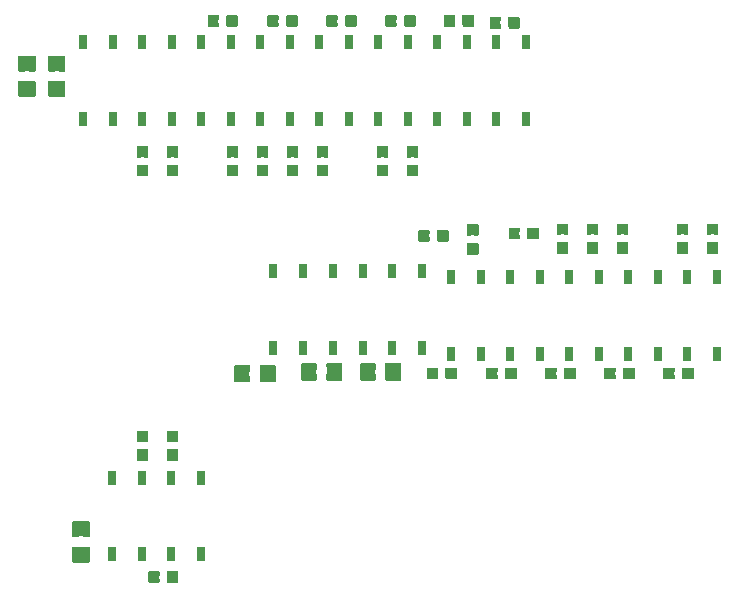
<source format=gbr>
%TF.GenerationSoftware,KiCad,Pcbnew,(5.1.9)-1*%
%TF.CreationDate,2022-05-02T16:44:27-06:00*%
%TF.ProjectId,Resistor_Cali,52657369-7374-46f7-925f-43616c692e6b,rev?*%
%TF.SameCoordinates,Original*%
%TF.FileFunction,Paste,Top*%
%TF.FilePolarity,Positive*%
%FSLAX46Y46*%
G04 Gerber Fmt 4.6, Leading zero omitted, Abs format (unit mm)*
G04 Created by KiCad (PCBNEW (5.1.9)-1) date 2022-05-02 16:44:27*
%MOMM*%
%LPD*%
G01*
G04 APERTURE LIST*
%ADD10C,0.120000*%
%ADD11R,0.800000X1.300000*%
%ADD12R,0.864000X0.806000*%
%ADD13R,1.377000X1.133000*%
%ADD14R,1.133000X1.377000*%
%ADD15R,0.806000X0.864000*%
G04 APERTURE END LIST*
D10*
%TO.C,R25*%
G36*
X-48735000Y2970000D02*
G01*
X-48735000Y2170000D01*
X-48685000Y2120000D01*
X-48457000Y2120000D01*
X-48457000Y2490000D01*
X-48127000Y2490000D01*
X-48127000Y2120000D01*
X-47885000Y2120000D01*
X-47835000Y2170000D01*
X-47835000Y2970000D01*
X-47885000Y3020000D01*
X-48685000Y3020000D01*
X-48735000Y2970000D01*
G37*
X-48735000Y2970000D02*
X-48735000Y2170000D01*
X-48685000Y2120000D01*
X-48457000Y2120000D01*
X-48457000Y2490000D01*
X-48127000Y2490000D01*
X-48127000Y2120000D01*
X-47885000Y2120000D01*
X-47835000Y2170000D01*
X-47835000Y2970000D01*
X-47885000Y3020000D01*
X-48685000Y3020000D01*
X-48735000Y2970000D01*
G36*
X-48685000Y1420000D02*
G01*
X-48457000Y1420000D01*
X-48457000Y1040000D01*
X-48127000Y1040000D01*
X-48127000Y1420000D01*
X-47885000Y1420000D01*
X-47835000Y1370000D01*
X-47835000Y580000D01*
X-47885000Y530000D01*
X-48685000Y530000D01*
X-48735000Y580000D01*
X-48735000Y1370000D01*
X-48685000Y1420000D01*
G37*
X-48685000Y1420000D02*
X-48457000Y1420000D01*
X-48457000Y1040000D01*
X-48127000Y1040000D01*
X-48127000Y1420000D01*
X-47885000Y1420000D01*
X-47835000Y1370000D01*
X-47835000Y580000D01*
X-47885000Y530000D01*
X-48685000Y530000D01*
X-48735000Y580000D01*
X-48735000Y1370000D01*
X-48685000Y1420000D01*
%TO.C,R32*%
G36*
X-56190000Y10650000D02*
G01*
X-54910000Y10650000D01*
X-54860000Y10600000D01*
X-54860000Y9450000D01*
X-54910000Y9400000D01*
X-55320000Y9395000D01*
X-55320000Y9845000D01*
X-55770000Y9845000D01*
X-55770000Y9405000D01*
X-56190000Y9400000D01*
X-56240000Y9450000D01*
X-56240000Y10600000D01*
X-56190000Y10650000D01*
G37*
X-56190000Y10650000D02*
X-54910000Y10650000D01*
X-54860000Y10600000D01*
X-54860000Y9450000D01*
X-54910000Y9400000D01*
X-55320000Y9395000D01*
X-55320000Y9845000D01*
X-55770000Y9845000D01*
X-55770000Y9405000D01*
X-56190000Y9400000D01*
X-56240000Y9450000D01*
X-56240000Y10600000D01*
X-56190000Y10650000D01*
G36*
X-56190000Y8500000D02*
G01*
X-55770000Y8500000D01*
X-55770000Y8055000D01*
X-55320000Y8055000D01*
X-55320000Y8495000D01*
X-54910000Y8500000D01*
X-54860000Y8450000D01*
X-54860000Y7300000D01*
X-54910000Y7250000D01*
X-56190000Y7250000D01*
X-56240000Y7300000D01*
X-56240000Y8450000D01*
X-56190000Y8500000D01*
G37*
X-56190000Y8500000D02*
X-55770000Y8500000D01*
X-55770000Y8055000D01*
X-55320000Y8055000D01*
X-55320000Y8495000D01*
X-54910000Y8500000D01*
X-54860000Y8450000D01*
X-54860000Y7300000D01*
X-54910000Y7250000D01*
X-56190000Y7250000D01*
X-56240000Y7300000D01*
X-56240000Y8450000D01*
X-56190000Y8500000D01*
%TO.C,R24*%
G36*
X-46195000Y2970000D02*
G01*
X-46195000Y2170000D01*
X-46145000Y2120000D01*
X-45917000Y2120000D01*
X-45917000Y2490000D01*
X-45587000Y2490000D01*
X-45587000Y2120000D01*
X-45345000Y2120000D01*
X-45295000Y2170000D01*
X-45295000Y2970000D01*
X-45345000Y3020000D01*
X-46145000Y3020000D01*
X-46195000Y2970000D01*
G37*
X-46195000Y2970000D02*
X-46195000Y2170000D01*
X-46145000Y2120000D01*
X-45917000Y2120000D01*
X-45917000Y2490000D01*
X-45587000Y2490000D01*
X-45587000Y2120000D01*
X-45345000Y2120000D01*
X-45295000Y2170000D01*
X-45295000Y2970000D01*
X-45345000Y3020000D01*
X-46145000Y3020000D01*
X-46195000Y2970000D01*
G36*
X-46145000Y1420000D02*
G01*
X-45917000Y1420000D01*
X-45917000Y1040000D01*
X-45587000Y1040000D01*
X-45587000Y1420000D01*
X-45345000Y1420000D01*
X-45295000Y1370000D01*
X-45295000Y580000D01*
X-45345000Y530000D01*
X-46145000Y530000D01*
X-46195000Y580000D01*
X-46195000Y1370000D01*
X-46145000Y1420000D01*
G37*
X-46145000Y1420000D02*
X-45917000Y1420000D01*
X-45917000Y1040000D01*
X-45587000Y1040000D01*
X-45587000Y1420000D01*
X-45345000Y1420000D01*
X-45295000Y1370000D01*
X-45295000Y580000D01*
X-45345000Y530000D01*
X-46145000Y530000D01*
X-46195000Y580000D01*
X-46195000Y1370000D01*
X-46145000Y1420000D01*
%TO.C,R7*%
G36*
X-19870000Y-6065000D02*
G01*
X-19870000Y-5265000D01*
X-19920000Y-5215000D01*
X-20148000Y-5215000D01*
X-20148000Y-5585000D01*
X-20478000Y-5585000D01*
X-20478000Y-5215000D01*
X-20720000Y-5215000D01*
X-20770000Y-5265000D01*
X-20770000Y-6065000D01*
X-20720000Y-6115000D01*
X-19920000Y-6115000D01*
X-19870000Y-6065000D01*
G37*
X-19870000Y-6065000D02*
X-19870000Y-5265000D01*
X-19920000Y-5215000D01*
X-20148000Y-5215000D01*
X-20148000Y-5585000D01*
X-20478000Y-5585000D01*
X-20478000Y-5215000D01*
X-20720000Y-5215000D01*
X-20770000Y-5265000D01*
X-20770000Y-6065000D01*
X-20720000Y-6115000D01*
X-19920000Y-6115000D01*
X-19870000Y-6065000D01*
G36*
X-19920000Y-4515000D02*
G01*
X-20148000Y-4515000D01*
X-20148000Y-4135000D01*
X-20478000Y-4135000D01*
X-20478000Y-4515000D01*
X-20720000Y-4515000D01*
X-20770000Y-4465000D01*
X-20770000Y-3675000D01*
X-20720000Y-3625000D01*
X-19920000Y-3625000D01*
X-19870000Y-3675000D01*
X-19870000Y-4465000D01*
X-19920000Y-4515000D01*
G37*
X-19920000Y-4515000D02*
X-20148000Y-4515000D01*
X-20148000Y-4135000D01*
X-20478000Y-4135000D01*
X-20478000Y-4515000D01*
X-20720000Y-4515000D01*
X-20770000Y-4465000D01*
X-20770000Y-3675000D01*
X-20720000Y-3625000D01*
X-19920000Y-3625000D01*
X-19870000Y-3675000D01*
X-19870000Y-4465000D01*
X-19920000Y-4515000D01*
%TO.C,R31*%
G36*
X-58700000Y10650000D02*
G01*
X-57420000Y10650000D01*
X-57370000Y10600000D01*
X-57370000Y9450000D01*
X-57420000Y9400000D01*
X-57830000Y9395000D01*
X-57830000Y9845000D01*
X-58280000Y9845000D01*
X-58280000Y9405000D01*
X-58700000Y9400000D01*
X-58750000Y9450000D01*
X-58750000Y10600000D01*
X-58700000Y10650000D01*
G37*
X-58700000Y10650000D02*
X-57420000Y10650000D01*
X-57370000Y10600000D01*
X-57370000Y9450000D01*
X-57420000Y9400000D01*
X-57830000Y9395000D01*
X-57830000Y9845000D01*
X-58280000Y9845000D01*
X-58280000Y9405000D01*
X-58700000Y9400000D01*
X-58750000Y9450000D01*
X-58750000Y10600000D01*
X-58700000Y10650000D01*
G36*
X-58700000Y8500000D02*
G01*
X-58280000Y8500000D01*
X-58280000Y8055000D01*
X-57830000Y8055000D01*
X-57830000Y8495000D01*
X-57420000Y8500000D01*
X-57370000Y8450000D01*
X-57370000Y7300000D01*
X-57420000Y7250000D01*
X-58700000Y7250000D01*
X-58750000Y7300000D01*
X-58750000Y8450000D01*
X-58700000Y8500000D01*
G37*
X-58700000Y8500000D02*
X-58280000Y8500000D01*
X-58280000Y8055000D01*
X-57830000Y8055000D01*
X-57830000Y8495000D01*
X-57420000Y8500000D01*
X-57370000Y8450000D01*
X-57370000Y7300000D01*
X-57420000Y7250000D01*
X-58700000Y7250000D01*
X-58750000Y7300000D01*
X-58750000Y8450000D01*
X-58700000Y8500000D01*
%TO.C,R14*%
G36*
X-31410000Y-15440000D02*
G01*
X-31410000Y-16720000D01*
X-31460000Y-16770000D01*
X-32610000Y-16770000D01*
X-32660000Y-16720000D01*
X-32665000Y-16310000D01*
X-32215000Y-16310000D01*
X-32215000Y-15860000D01*
X-32655000Y-15860000D01*
X-32660000Y-15440000D01*
X-32610000Y-15390000D01*
X-31460000Y-15390000D01*
X-31410000Y-15440000D01*
G37*
X-31410000Y-15440000D02*
X-31410000Y-16720000D01*
X-31460000Y-16770000D01*
X-32610000Y-16770000D01*
X-32660000Y-16720000D01*
X-32665000Y-16310000D01*
X-32215000Y-16310000D01*
X-32215000Y-15860000D01*
X-32655000Y-15860000D01*
X-32660000Y-15440000D01*
X-32610000Y-15390000D01*
X-31460000Y-15390000D01*
X-31410000Y-15440000D01*
G36*
X-33560000Y-15440000D02*
G01*
X-33560000Y-15860000D01*
X-34005000Y-15860000D01*
X-34005000Y-16310000D01*
X-33565000Y-16310000D01*
X-33560000Y-16720000D01*
X-33610000Y-16770000D01*
X-34760000Y-16770000D01*
X-34810000Y-16720000D01*
X-34810000Y-15440000D01*
X-34760000Y-15390000D01*
X-33610000Y-15390000D01*
X-33560000Y-15440000D01*
G37*
X-33560000Y-15440000D02*
X-33560000Y-15860000D01*
X-34005000Y-15860000D01*
X-34005000Y-16310000D01*
X-33565000Y-16310000D01*
X-33560000Y-16720000D01*
X-33610000Y-16770000D01*
X-34760000Y-16770000D01*
X-34810000Y-16720000D01*
X-34810000Y-15440000D01*
X-34760000Y-15390000D01*
X-33610000Y-15390000D01*
X-33560000Y-15440000D01*
%TO.C,R23*%
G36*
X-41115000Y2970000D02*
G01*
X-41115000Y2170000D01*
X-41065000Y2120000D01*
X-40837000Y2120000D01*
X-40837000Y2490000D01*
X-40507000Y2490000D01*
X-40507000Y2120000D01*
X-40265000Y2120000D01*
X-40215000Y2170000D01*
X-40215000Y2970000D01*
X-40265000Y3020000D01*
X-41065000Y3020000D01*
X-41115000Y2970000D01*
G37*
X-41115000Y2970000D02*
X-41115000Y2170000D01*
X-41065000Y2120000D01*
X-40837000Y2120000D01*
X-40837000Y2490000D01*
X-40507000Y2490000D01*
X-40507000Y2120000D01*
X-40265000Y2120000D01*
X-40215000Y2170000D01*
X-40215000Y2970000D01*
X-40265000Y3020000D01*
X-41065000Y3020000D01*
X-41115000Y2970000D01*
G36*
X-41065000Y1420000D02*
G01*
X-40837000Y1420000D01*
X-40837000Y1040000D01*
X-40507000Y1040000D01*
X-40507000Y1420000D01*
X-40265000Y1420000D01*
X-40215000Y1370000D01*
X-40215000Y580000D01*
X-40265000Y530000D01*
X-41065000Y530000D01*
X-41115000Y580000D01*
X-41115000Y1370000D01*
X-41065000Y1420000D01*
G37*
X-41065000Y1420000D02*
X-40837000Y1420000D01*
X-40837000Y1040000D01*
X-40507000Y1040000D01*
X-40507000Y1420000D01*
X-40265000Y1420000D01*
X-40215000Y1370000D01*
X-40215000Y580000D01*
X-40265000Y530000D01*
X-41065000Y530000D01*
X-41115000Y580000D01*
X-41115000Y1370000D01*
X-41065000Y1420000D01*
%TO.C,R6*%
G36*
X-17195000Y-4800000D02*
G01*
X-16395000Y-4800000D01*
X-16345000Y-4750000D01*
X-16345000Y-4522000D01*
X-16715000Y-4522000D01*
X-16715000Y-4192000D01*
X-16345000Y-4192000D01*
X-16345000Y-3950000D01*
X-16395000Y-3900000D01*
X-17195000Y-3900000D01*
X-17245000Y-3950000D01*
X-17245000Y-4750000D01*
X-17195000Y-4800000D01*
G37*
X-17195000Y-4800000D02*
X-16395000Y-4800000D01*
X-16345000Y-4750000D01*
X-16345000Y-4522000D01*
X-16715000Y-4522000D01*
X-16715000Y-4192000D01*
X-16345000Y-4192000D01*
X-16345000Y-3950000D01*
X-16395000Y-3900000D01*
X-17195000Y-3900000D01*
X-17245000Y-3950000D01*
X-17245000Y-4750000D01*
X-17195000Y-4800000D01*
G36*
X-15645000Y-4750000D02*
G01*
X-15645000Y-4522000D01*
X-15265000Y-4522000D01*
X-15265000Y-4192000D01*
X-15645000Y-4192000D01*
X-15645000Y-3950000D01*
X-15595000Y-3900000D01*
X-14805000Y-3900000D01*
X-14755000Y-3950000D01*
X-14755000Y-4750000D01*
X-14805000Y-4800000D01*
X-15595000Y-4800000D01*
X-15645000Y-4750000D01*
G37*
X-15645000Y-4750000D02*
X-15645000Y-4522000D01*
X-15265000Y-4522000D01*
X-15265000Y-4192000D01*
X-15645000Y-4192000D01*
X-15645000Y-3950000D01*
X-15595000Y-3900000D01*
X-14805000Y-3900000D01*
X-14755000Y-3950000D01*
X-14755000Y-4750000D01*
X-14805000Y-4800000D01*
X-15595000Y-4800000D01*
X-15645000Y-4750000D01*
%TO.C,R30*%
G36*
X-42674400Y13175000D02*
G01*
X-41874400Y13175000D01*
X-41824400Y13225000D01*
X-41824400Y13453000D01*
X-42194400Y13453000D01*
X-42194400Y13783000D01*
X-41824400Y13783000D01*
X-41824400Y14025000D01*
X-41874400Y14075000D01*
X-42674400Y14075000D01*
X-42724400Y14025000D01*
X-42724400Y13225000D01*
X-42674400Y13175000D01*
G37*
X-42674400Y13175000D02*
X-41874400Y13175000D01*
X-41824400Y13225000D01*
X-41824400Y13453000D01*
X-42194400Y13453000D01*
X-42194400Y13783000D01*
X-41824400Y13783000D01*
X-41824400Y14025000D01*
X-41874400Y14075000D01*
X-42674400Y14075000D01*
X-42724400Y14025000D01*
X-42724400Y13225000D01*
X-42674400Y13175000D01*
G36*
X-41124400Y13225000D02*
G01*
X-41124400Y13453000D01*
X-40744400Y13453000D01*
X-40744400Y13783000D01*
X-41124400Y13783000D01*
X-41124400Y14025000D01*
X-41074400Y14075000D01*
X-40284400Y14075000D01*
X-40234400Y14025000D01*
X-40234400Y13225000D01*
X-40284400Y13175000D01*
X-41074400Y13175000D01*
X-41124400Y13225000D01*
G37*
X-41124400Y13225000D02*
X-41124400Y13453000D01*
X-40744400Y13453000D01*
X-40744400Y13783000D01*
X-41124400Y13783000D01*
X-41124400Y14025000D01*
X-41074400Y14075000D01*
X-40284400Y14075000D01*
X-40234400Y14025000D01*
X-40234400Y13225000D01*
X-40284400Y13175000D01*
X-41074400Y13175000D01*
X-41124400Y13225000D01*
%TO.C,R13*%
G36*
X-26420000Y-15420000D02*
G01*
X-26420000Y-16700000D01*
X-26470000Y-16750000D01*
X-27620000Y-16750000D01*
X-27670000Y-16700000D01*
X-27675000Y-16290000D01*
X-27225000Y-16290000D01*
X-27225000Y-15840000D01*
X-27665000Y-15840000D01*
X-27670000Y-15420000D01*
X-27620000Y-15370000D01*
X-26470000Y-15370000D01*
X-26420000Y-15420000D01*
G37*
X-26420000Y-15420000D02*
X-26420000Y-16700000D01*
X-26470000Y-16750000D01*
X-27620000Y-16750000D01*
X-27670000Y-16700000D01*
X-27675000Y-16290000D01*
X-27225000Y-16290000D01*
X-27225000Y-15840000D01*
X-27665000Y-15840000D01*
X-27670000Y-15420000D01*
X-27620000Y-15370000D01*
X-26470000Y-15370000D01*
X-26420000Y-15420000D01*
G36*
X-28570000Y-15420000D02*
G01*
X-28570000Y-15840000D01*
X-29015000Y-15840000D01*
X-29015000Y-16290000D01*
X-28575000Y-16290000D01*
X-28570000Y-16700000D01*
X-28620000Y-16750000D01*
X-29770000Y-16750000D01*
X-29820000Y-16700000D01*
X-29820000Y-15420000D01*
X-29770000Y-15370000D01*
X-28620000Y-15370000D01*
X-28570000Y-15420000D01*
G37*
X-28570000Y-15420000D02*
X-28570000Y-15840000D01*
X-29015000Y-15840000D01*
X-29015000Y-16290000D01*
X-28575000Y-16290000D01*
X-28570000Y-16700000D01*
X-28620000Y-16750000D01*
X-29770000Y-16750000D01*
X-29820000Y-16700000D01*
X-29820000Y-15420000D01*
X-29770000Y-15370000D01*
X-28620000Y-15370000D01*
X-28570000Y-15420000D01*
%TO.C,R22*%
G36*
X-38575000Y2970000D02*
G01*
X-38575000Y2170000D01*
X-38525000Y2120000D01*
X-38297000Y2120000D01*
X-38297000Y2490000D01*
X-37967000Y2490000D01*
X-37967000Y2120000D01*
X-37725000Y2120000D01*
X-37675000Y2170000D01*
X-37675000Y2970000D01*
X-37725000Y3020000D01*
X-38525000Y3020000D01*
X-38575000Y2970000D01*
G37*
X-38575000Y2970000D02*
X-38575000Y2170000D01*
X-38525000Y2120000D01*
X-38297000Y2120000D01*
X-38297000Y2490000D01*
X-37967000Y2490000D01*
X-37967000Y2120000D01*
X-37725000Y2120000D01*
X-37675000Y2170000D01*
X-37675000Y2970000D01*
X-37725000Y3020000D01*
X-38525000Y3020000D01*
X-38575000Y2970000D01*
G36*
X-38525000Y1420000D02*
G01*
X-38297000Y1420000D01*
X-38297000Y1040000D01*
X-37967000Y1040000D01*
X-37967000Y1420000D01*
X-37725000Y1420000D01*
X-37675000Y1370000D01*
X-37675000Y580000D01*
X-37725000Y530000D01*
X-38525000Y530000D01*
X-38575000Y580000D01*
X-38575000Y1370000D01*
X-38525000Y1420000D01*
G37*
X-38525000Y1420000D02*
X-38297000Y1420000D01*
X-38297000Y1040000D01*
X-37967000Y1040000D01*
X-37967000Y1420000D01*
X-37725000Y1420000D01*
X-37675000Y1370000D01*
X-37675000Y580000D01*
X-37725000Y530000D01*
X-38525000Y530000D01*
X-38575000Y580000D01*
X-38575000Y1370000D01*
X-38525000Y1420000D01*
%TO.C,R34*%
G36*
X-45295000Y-23525000D02*
G01*
X-45295000Y-22725000D01*
X-45345000Y-22675000D01*
X-45573000Y-22675000D01*
X-45573000Y-23045000D01*
X-45903000Y-23045000D01*
X-45903000Y-22675000D01*
X-46145000Y-22675000D01*
X-46195000Y-22725000D01*
X-46195000Y-23525000D01*
X-46145000Y-23575000D01*
X-45345000Y-23575000D01*
X-45295000Y-23525000D01*
G37*
X-45295000Y-23525000D02*
X-45295000Y-22725000D01*
X-45345000Y-22675000D01*
X-45573000Y-22675000D01*
X-45573000Y-23045000D01*
X-45903000Y-23045000D01*
X-45903000Y-22675000D01*
X-46145000Y-22675000D01*
X-46195000Y-22725000D01*
X-46195000Y-23525000D01*
X-46145000Y-23575000D01*
X-45345000Y-23575000D01*
X-45295000Y-23525000D01*
G36*
X-45345000Y-21975000D02*
G01*
X-45573000Y-21975000D01*
X-45573000Y-21595000D01*
X-45903000Y-21595000D01*
X-45903000Y-21975000D01*
X-46145000Y-21975000D01*
X-46195000Y-21925000D01*
X-46195000Y-21135000D01*
X-46145000Y-21085000D01*
X-45345000Y-21085000D01*
X-45295000Y-21135000D01*
X-45295000Y-21925000D01*
X-45345000Y-21975000D01*
G37*
X-45345000Y-21975000D02*
X-45573000Y-21975000D01*
X-45573000Y-21595000D01*
X-45903000Y-21595000D01*
X-45903000Y-21975000D01*
X-46145000Y-21975000D01*
X-46195000Y-21925000D01*
X-46195000Y-21135000D01*
X-46145000Y-21085000D01*
X-45345000Y-21085000D01*
X-45295000Y-21135000D01*
X-45295000Y-21925000D01*
X-45345000Y-21975000D01*
%TO.C,R29*%
G36*
X-37619800Y13179000D02*
G01*
X-36819800Y13179000D01*
X-36769800Y13229000D01*
X-36769800Y13457000D01*
X-37139800Y13457000D01*
X-37139800Y13787000D01*
X-36769800Y13787000D01*
X-36769800Y14029000D01*
X-36819800Y14079000D01*
X-37619800Y14079000D01*
X-37669800Y14029000D01*
X-37669800Y13229000D01*
X-37619800Y13179000D01*
G37*
X-37619800Y13179000D02*
X-36819800Y13179000D01*
X-36769800Y13229000D01*
X-36769800Y13457000D01*
X-37139800Y13457000D01*
X-37139800Y13787000D01*
X-36769800Y13787000D01*
X-36769800Y14029000D01*
X-36819800Y14079000D01*
X-37619800Y14079000D01*
X-37669800Y14029000D01*
X-37669800Y13229000D01*
X-37619800Y13179000D01*
G36*
X-36069800Y13229000D02*
G01*
X-36069800Y13457000D01*
X-35689800Y13457000D01*
X-35689800Y13787000D01*
X-36069800Y13787000D01*
X-36069800Y14029000D01*
X-36019800Y14079000D01*
X-35229800Y14079000D01*
X-35179800Y14029000D01*
X-35179800Y13229000D01*
X-35229800Y13179000D01*
X-36019800Y13179000D01*
X-36069800Y13229000D01*
G37*
X-36069800Y13229000D02*
X-36069800Y13457000D01*
X-35689800Y13457000D01*
X-35689800Y13787000D01*
X-36069800Y13787000D01*
X-36069800Y14029000D01*
X-36019800Y14079000D01*
X-35229800Y14079000D01*
X-35179800Y14029000D01*
X-35179800Y13229000D01*
X-35229800Y13179000D01*
X-36019800Y13179000D01*
X-36069800Y13229000D01*
%TO.C,R5*%
G36*
X-12275000Y-5995000D02*
G01*
X-12275000Y-5195000D01*
X-12325000Y-5145000D01*
X-12553000Y-5145000D01*
X-12553000Y-5515000D01*
X-12883000Y-5515000D01*
X-12883000Y-5145000D01*
X-13125000Y-5145000D01*
X-13175000Y-5195000D01*
X-13175000Y-5995000D01*
X-13125000Y-6045000D01*
X-12325000Y-6045000D01*
X-12275000Y-5995000D01*
G37*
X-12275000Y-5995000D02*
X-12275000Y-5195000D01*
X-12325000Y-5145000D01*
X-12553000Y-5145000D01*
X-12553000Y-5515000D01*
X-12883000Y-5515000D01*
X-12883000Y-5145000D01*
X-13125000Y-5145000D01*
X-13175000Y-5195000D01*
X-13175000Y-5995000D01*
X-13125000Y-6045000D01*
X-12325000Y-6045000D01*
X-12275000Y-5995000D01*
G36*
X-12325000Y-4445000D02*
G01*
X-12553000Y-4445000D01*
X-12553000Y-4065000D01*
X-12883000Y-4065000D01*
X-12883000Y-4445000D01*
X-13125000Y-4445000D01*
X-13175000Y-4395000D01*
X-13175000Y-3605000D01*
X-13125000Y-3555000D01*
X-12325000Y-3555000D01*
X-12275000Y-3605000D01*
X-12275000Y-4395000D01*
X-12325000Y-4445000D01*
G37*
X-12325000Y-4445000D02*
X-12553000Y-4445000D01*
X-12553000Y-4065000D01*
X-12883000Y-4065000D01*
X-12883000Y-4445000D01*
X-13125000Y-4445000D01*
X-13175000Y-4395000D01*
X-13175000Y-3605000D01*
X-13125000Y-3555000D01*
X-12325000Y-3555000D01*
X-12275000Y-3605000D01*
X-12275000Y-4395000D01*
X-12325000Y-4445000D01*
%TO.C,R36*%
G36*
X-47720000Y-33900000D02*
G01*
X-46920000Y-33900000D01*
X-46870000Y-33850000D01*
X-46870000Y-33622000D01*
X-47240000Y-33622000D01*
X-47240000Y-33292000D01*
X-46870000Y-33292000D01*
X-46870000Y-33050000D01*
X-46920000Y-33000000D01*
X-47720000Y-33000000D01*
X-47770000Y-33050000D01*
X-47770000Y-33850000D01*
X-47720000Y-33900000D01*
G37*
X-47720000Y-33900000D02*
X-46920000Y-33900000D01*
X-46870000Y-33850000D01*
X-46870000Y-33622000D01*
X-47240000Y-33622000D01*
X-47240000Y-33292000D01*
X-46870000Y-33292000D01*
X-46870000Y-33050000D01*
X-46920000Y-33000000D01*
X-47720000Y-33000000D01*
X-47770000Y-33050000D01*
X-47770000Y-33850000D01*
X-47720000Y-33900000D01*
G36*
X-46170000Y-33850000D02*
G01*
X-46170000Y-33622000D01*
X-45790000Y-33622000D01*
X-45790000Y-33292000D01*
X-46170000Y-33292000D01*
X-46170000Y-33050000D01*
X-46120000Y-33000000D01*
X-45330000Y-33000000D01*
X-45280000Y-33050000D01*
X-45280000Y-33850000D01*
X-45330000Y-33900000D01*
X-46120000Y-33900000D01*
X-46170000Y-33850000D01*
G37*
X-46170000Y-33850000D02*
X-46170000Y-33622000D01*
X-45790000Y-33622000D01*
X-45790000Y-33292000D01*
X-46170000Y-33292000D01*
X-46170000Y-33050000D01*
X-46120000Y-33000000D01*
X-45330000Y-33000000D01*
X-45280000Y-33050000D01*
X-45280000Y-33850000D01*
X-45330000Y-33900000D01*
X-46120000Y-33900000D01*
X-46170000Y-33850000D01*
%TO.C,R12*%
G36*
X-24120000Y-16650000D02*
G01*
X-23320000Y-16650000D01*
X-23270000Y-16600000D01*
X-23270000Y-16372000D01*
X-23640000Y-16372000D01*
X-23640000Y-16042000D01*
X-23270000Y-16042000D01*
X-23270000Y-15800000D01*
X-23320000Y-15750000D01*
X-24120000Y-15750000D01*
X-24170000Y-15800000D01*
X-24170000Y-16600000D01*
X-24120000Y-16650000D01*
G37*
X-24120000Y-16650000D02*
X-23320000Y-16650000D01*
X-23270000Y-16600000D01*
X-23270000Y-16372000D01*
X-23640000Y-16372000D01*
X-23640000Y-16042000D01*
X-23270000Y-16042000D01*
X-23270000Y-15800000D01*
X-23320000Y-15750000D01*
X-24120000Y-15750000D01*
X-24170000Y-15800000D01*
X-24170000Y-16600000D01*
X-24120000Y-16650000D01*
G36*
X-22570000Y-16600000D02*
G01*
X-22570000Y-16372000D01*
X-22190000Y-16372000D01*
X-22190000Y-16042000D01*
X-22570000Y-16042000D01*
X-22570000Y-15800000D01*
X-22520000Y-15750000D01*
X-21730000Y-15750000D01*
X-21680000Y-15800000D01*
X-21680000Y-16600000D01*
X-21730000Y-16650000D01*
X-22520000Y-16650000D01*
X-22570000Y-16600000D01*
G37*
X-22570000Y-16600000D02*
X-22570000Y-16372000D01*
X-22190000Y-16372000D01*
X-22190000Y-16042000D01*
X-22570000Y-16042000D01*
X-22570000Y-15800000D01*
X-22520000Y-15750000D01*
X-21730000Y-15750000D01*
X-21680000Y-15800000D01*
X-21680000Y-16600000D01*
X-21730000Y-16650000D01*
X-22520000Y-16650000D01*
X-22570000Y-16600000D01*
%TO.C,R21*%
G36*
X-36035000Y2970000D02*
G01*
X-36035000Y2170000D01*
X-35985000Y2120000D01*
X-35757000Y2120000D01*
X-35757000Y2490000D01*
X-35427000Y2490000D01*
X-35427000Y2120000D01*
X-35185000Y2120000D01*
X-35135000Y2170000D01*
X-35135000Y2970000D01*
X-35185000Y3020000D01*
X-35985000Y3020000D01*
X-36035000Y2970000D01*
G37*
X-36035000Y2970000D02*
X-36035000Y2170000D01*
X-35985000Y2120000D01*
X-35757000Y2120000D01*
X-35757000Y2490000D01*
X-35427000Y2490000D01*
X-35427000Y2120000D01*
X-35185000Y2120000D01*
X-35135000Y2170000D01*
X-35135000Y2970000D01*
X-35185000Y3020000D01*
X-35985000Y3020000D01*
X-36035000Y2970000D01*
G36*
X-35985000Y1420000D02*
G01*
X-35757000Y1420000D01*
X-35757000Y1040000D01*
X-35427000Y1040000D01*
X-35427000Y1420000D01*
X-35185000Y1420000D01*
X-35135000Y1370000D01*
X-35135000Y580000D01*
X-35185000Y530000D01*
X-35985000Y530000D01*
X-36035000Y580000D01*
X-36035000Y1370000D01*
X-35985000Y1420000D01*
G37*
X-35985000Y1420000D02*
X-35757000Y1420000D01*
X-35757000Y1040000D01*
X-35427000Y1040000D01*
X-35427000Y1420000D01*
X-35185000Y1420000D01*
X-35135000Y1370000D01*
X-35135000Y580000D01*
X-35185000Y530000D01*
X-35985000Y530000D01*
X-36035000Y580000D01*
X-36035000Y1370000D01*
X-35985000Y1420000D01*
%TO.C,R28*%
G36*
X-32616000Y13179000D02*
G01*
X-31816000Y13179000D01*
X-31766000Y13229000D01*
X-31766000Y13457000D01*
X-32136000Y13457000D01*
X-32136000Y13787000D01*
X-31766000Y13787000D01*
X-31766000Y14029000D01*
X-31816000Y14079000D01*
X-32616000Y14079000D01*
X-32666000Y14029000D01*
X-32666000Y13229000D01*
X-32616000Y13179000D01*
G37*
X-32616000Y13179000D02*
X-31816000Y13179000D01*
X-31766000Y13229000D01*
X-31766000Y13457000D01*
X-32136000Y13457000D01*
X-32136000Y13787000D01*
X-31766000Y13787000D01*
X-31766000Y14029000D01*
X-31816000Y14079000D01*
X-32616000Y14079000D01*
X-32666000Y14029000D01*
X-32666000Y13229000D01*
X-32616000Y13179000D01*
G36*
X-31066000Y13229000D02*
G01*
X-31066000Y13457000D01*
X-30686000Y13457000D01*
X-30686000Y13787000D01*
X-31066000Y13787000D01*
X-31066000Y14029000D01*
X-31016000Y14079000D01*
X-30226000Y14079000D01*
X-30176000Y14029000D01*
X-30176000Y13229000D01*
X-30226000Y13179000D01*
X-31016000Y13179000D01*
X-31066000Y13229000D01*
G37*
X-31066000Y13229000D02*
X-31066000Y13457000D01*
X-30686000Y13457000D01*
X-30686000Y13787000D01*
X-31066000Y13787000D01*
X-31066000Y14029000D01*
X-31016000Y14079000D01*
X-30226000Y14079000D01*
X-30176000Y14029000D01*
X-30176000Y13229000D01*
X-30226000Y13179000D01*
X-31016000Y13179000D01*
X-31066000Y13229000D01*
%TO.C,R4*%
G36*
X-9735000Y-5995000D02*
G01*
X-9735000Y-5195000D01*
X-9785000Y-5145000D01*
X-10013000Y-5145000D01*
X-10013000Y-5515000D01*
X-10343000Y-5515000D01*
X-10343000Y-5145000D01*
X-10585000Y-5145000D01*
X-10635000Y-5195000D01*
X-10635000Y-5995000D01*
X-10585000Y-6045000D01*
X-9785000Y-6045000D01*
X-9735000Y-5995000D01*
G37*
X-9735000Y-5995000D02*
X-9735000Y-5195000D01*
X-9785000Y-5145000D01*
X-10013000Y-5145000D01*
X-10013000Y-5515000D01*
X-10343000Y-5515000D01*
X-10343000Y-5145000D01*
X-10585000Y-5145000D01*
X-10635000Y-5195000D01*
X-10635000Y-5995000D01*
X-10585000Y-6045000D01*
X-9785000Y-6045000D01*
X-9735000Y-5995000D01*
G36*
X-9785000Y-4445000D02*
G01*
X-10013000Y-4445000D01*
X-10013000Y-4065000D01*
X-10343000Y-4065000D01*
X-10343000Y-4445000D01*
X-10585000Y-4445000D01*
X-10635000Y-4395000D01*
X-10635000Y-3605000D01*
X-10585000Y-3555000D01*
X-9785000Y-3555000D01*
X-9735000Y-3605000D01*
X-9735000Y-4395000D01*
X-9785000Y-4445000D01*
G37*
X-9785000Y-4445000D02*
X-10013000Y-4445000D01*
X-10013000Y-4065000D01*
X-10343000Y-4065000D01*
X-10343000Y-4445000D01*
X-10585000Y-4445000D01*
X-10635000Y-4395000D01*
X-10635000Y-3605000D01*
X-10585000Y-3555000D01*
X-9785000Y-3555000D01*
X-9735000Y-3605000D01*
X-9735000Y-4395000D01*
X-9785000Y-4445000D01*
%TO.C,R33*%
G36*
X-47835000Y-23525000D02*
G01*
X-47835000Y-22725000D01*
X-47885000Y-22675000D01*
X-48113000Y-22675000D01*
X-48113000Y-23045000D01*
X-48443000Y-23045000D01*
X-48443000Y-22675000D01*
X-48685000Y-22675000D01*
X-48735000Y-22725000D01*
X-48735000Y-23525000D01*
X-48685000Y-23575000D01*
X-47885000Y-23575000D01*
X-47835000Y-23525000D01*
G37*
X-47835000Y-23525000D02*
X-47835000Y-22725000D01*
X-47885000Y-22675000D01*
X-48113000Y-22675000D01*
X-48113000Y-23045000D01*
X-48443000Y-23045000D01*
X-48443000Y-22675000D01*
X-48685000Y-22675000D01*
X-48735000Y-22725000D01*
X-48735000Y-23525000D01*
X-48685000Y-23575000D01*
X-47885000Y-23575000D01*
X-47835000Y-23525000D01*
G36*
X-47885000Y-21975000D02*
G01*
X-48113000Y-21975000D01*
X-48113000Y-21595000D01*
X-48443000Y-21595000D01*
X-48443000Y-21975000D01*
X-48685000Y-21975000D01*
X-48735000Y-21925000D01*
X-48735000Y-21135000D01*
X-48685000Y-21085000D01*
X-47885000Y-21085000D01*
X-47835000Y-21135000D01*
X-47835000Y-21925000D01*
X-47885000Y-21975000D01*
G37*
X-47885000Y-21975000D02*
X-48113000Y-21975000D01*
X-48113000Y-21595000D01*
X-48443000Y-21595000D01*
X-48443000Y-21975000D01*
X-48685000Y-21975000D01*
X-48735000Y-21925000D01*
X-48735000Y-21135000D01*
X-48685000Y-21085000D01*
X-47885000Y-21085000D01*
X-47835000Y-21135000D01*
X-47835000Y-21925000D01*
X-47885000Y-21975000D01*
%TO.C,R11*%
G36*
X-19095000Y-16650000D02*
G01*
X-18295000Y-16650000D01*
X-18245000Y-16600000D01*
X-18245000Y-16372000D01*
X-18615000Y-16372000D01*
X-18615000Y-16042000D01*
X-18245000Y-16042000D01*
X-18245000Y-15800000D01*
X-18295000Y-15750000D01*
X-19095000Y-15750000D01*
X-19145000Y-15800000D01*
X-19145000Y-16600000D01*
X-19095000Y-16650000D01*
G37*
X-19095000Y-16650000D02*
X-18295000Y-16650000D01*
X-18245000Y-16600000D01*
X-18245000Y-16372000D01*
X-18615000Y-16372000D01*
X-18615000Y-16042000D01*
X-18245000Y-16042000D01*
X-18245000Y-15800000D01*
X-18295000Y-15750000D01*
X-19095000Y-15750000D01*
X-19145000Y-15800000D01*
X-19145000Y-16600000D01*
X-19095000Y-16650000D01*
G36*
X-17545000Y-16600000D02*
G01*
X-17545000Y-16372000D01*
X-17165000Y-16372000D01*
X-17165000Y-16042000D01*
X-17545000Y-16042000D01*
X-17545000Y-15800000D01*
X-17495000Y-15750000D01*
X-16705000Y-15750000D01*
X-16655000Y-15800000D01*
X-16655000Y-16600000D01*
X-16705000Y-16650000D01*
X-17495000Y-16650000D01*
X-17545000Y-16600000D01*
G37*
X-17545000Y-16600000D02*
X-17545000Y-16372000D01*
X-17165000Y-16372000D01*
X-17165000Y-16042000D01*
X-17545000Y-16042000D01*
X-17545000Y-15800000D01*
X-17495000Y-15750000D01*
X-16705000Y-15750000D01*
X-16655000Y-15800000D01*
X-16655000Y-16600000D01*
X-16705000Y-16650000D01*
X-17495000Y-16650000D01*
X-17545000Y-16600000D01*
%TO.C,R35*%
G36*
X-54130000Y-28760000D02*
G01*
X-52850000Y-28760000D01*
X-52800000Y-28810000D01*
X-52800000Y-29960000D01*
X-52850000Y-30010000D01*
X-53260000Y-30015000D01*
X-53260000Y-29565000D01*
X-53710000Y-29565000D01*
X-53710000Y-30005000D01*
X-54130000Y-30010000D01*
X-54180000Y-29960000D01*
X-54180000Y-28810000D01*
X-54130000Y-28760000D01*
G37*
X-54130000Y-28760000D02*
X-52850000Y-28760000D01*
X-52800000Y-28810000D01*
X-52800000Y-29960000D01*
X-52850000Y-30010000D01*
X-53260000Y-30015000D01*
X-53260000Y-29565000D01*
X-53710000Y-29565000D01*
X-53710000Y-30005000D01*
X-54130000Y-30010000D01*
X-54180000Y-29960000D01*
X-54180000Y-28810000D01*
X-54130000Y-28760000D01*
G36*
X-54130000Y-30910000D02*
G01*
X-53710000Y-30910000D01*
X-53710000Y-31355000D01*
X-53260000Y-31355000D01*
X-53260000Y-30915000D01*
X-52850000Y-30910000D01*
X-52800000Y-30960000D01*
X-52800000Y-32110000D01*
X-52850000Y-32160000D01*
X-54130000Y-32160000D01*
X-54180000Y-32110000D01*
X-54180000Y-30960000D01*
X-54130000Y-30910000D01*
G37*
X-54130000Y-30910000D02*
X-53710000Y-30910000D01*
X-53710000Y-31355000D01*
X-53260000Y-31355000D01*
X-53260000Y-30915000D01*
X-52850000Y-30910000D01*
X-52800000Y-30960000D01*
X-52800000Y-32110000D01*
X-52850000Y-32160000D01*
X-54130000Y-32160000D01*
X-54180000Y-32110000D01*
X-54180000Y-30960000D01*
X-54130000Y-30910000D01*
%TO.C,R20*%
G36*
X-33495000Y2970000D02*
G01*
X-33495000Y2170000D01*
X-33445000Y2120000D01*
X-33217000Y2120000D01*
X-33217000Y2490000D01*
X-32887000Y2490000D01*
X-32887000Y2120000D01*
X-32645000Y2120000D01*
X-32595000Y2170000D01*
X-32595000Y2970000D01*
X-32645000Y3020000D01*
X-33445000Y3020000D01*
X-33495000Y2970000D01*
G37*
X-33495000Y2970000D02*
X-33495000Y2170000D01*
X-33445000Y2120000D01*
X-33217000Y2120000D01*
X-33217000Y2490000D01*
X-32887000Y2490000D01*
X-32887000Y2120000D01*
X-32645000Y2120000D01*
X-32595000Y2170000D01*
X-32595000Y2970000D01*
X-32645000Y3020000D01*
X-33445000Y3020000D01*
X-33495000Y2970000D01*
G36*
X-33445000Y1420000D02*
G01*
X-33217000Y1420000D01*
X-33217000Y1040000D01*
X-32887000Y1040000D01*
X-32887000Y1420000D01*
X-32645000Y1420000D01*
X-32595000Y1370000D01*
X-32595000Y580000D01*
X-32645000Y530000D01*
X-33445000Y530000D01*
X-33495000Y580000D01*
X-33495000Y1370000D01*
X-33445000Y1420000D01*
G37*
X-33445000Y1420000D02*
X-33217000Y1420000D01*
X-33217000Y1040000D01*
X-32887000Y1040000D01*
X-32887000Y1420000D01*
X-32645000Y1420000D01*
X-32595000Y1370000D01*
X-32595000Y580000D01*
X-32645000Y530000D01*
X-33445000Y530000D01*
X-33495000Y580000D01*
X-33495000Y1370000D01*
X-33445000Y1420000D01*
%TO.C,R27*%
G36*
X-27637600Y13179000D02*
G01*
X-26837600Y13179000D01*
X-26787600Y13229000D01*
X-26787600Y13457000D01*
X-27157600Y13457000D01*
X-27157600Y13787000D01*
X-26787600Y13787000D01*
X-26787600Y14029000D01*
X-26837600Y14079000D01*
X-27637600Y14079000D01*
X-27687600Y14029000D01*
X-27687600Y13229000D01*
X-27637600Y13179000D01*
G37*
X-27637600Y13179000D02*
X-26837600Y13179000D01*
X-26787600Y13229000D01*
X-26787600Y13457000D01*
X-27157600Y13457000D01*
X-27157600Y13787000D01*
X-26787600Y13787000D01*
X-26787600Y14029000D01*
X-26837600Y14079000D01*
X-27637600Y14079000D01*
X-27687600Y14029000D01*
X-27687600Y13229000D01*
X-27637600Y13179000D01*
G36*
X-26087600Y13229000D02*
G01*
X-26087600Y13457000D01*
X-25707600Y13457000D01*
X-25707600Y13787000D01*
X-26087600Y13787000D01*
X-26087600Y14029000D01*
X-26037600Y14079000D01*
X-25247600Y14079000D01*
X-25197600Y14029000D01*
X-25197600Y13229000D01*
X-25247600Y13179000D01*
X-26037600Y13179000D01*
X-26087600Y13229000D01*
G37*
X-26087600Y13229000D02*
X-26087600Y13457000D01*
X-25707600Y13457000D01*
X-25707600Y13787000D01*
X-26087600Y13787000D01*
X-26087600Y14029000D01*
X-26037600Y14079000D01*
X-25247600Y14079000D01*
X-25197600Y14029000D01*
X-25197600Y13229000D01*
X-25247600Y13179000D01*
X-26037600Y13179000D01*
X-26087600Y13229000D01*
%TO.C,R3*%
G36*
X-7195000Y-5995000D02*
G01*
X-7195000Y-5195000D01*
X-7245000Y-5145000D01*
X-7473000Y-5145000D01*
X-7473000Y-5515000D01*
X-7803000Y-5515000D01*
X-7803000Y-5145000D01*
X-8045000Y-5145000D01*
X-8095000Y-5195000D01*
X-8095000Y-5995000D01*
X-8045000Y-6045000D01*
X-7245000Y-6045000D01*
X-7195000Y-5995000D01*
G37*
X-7195000Y-5995000D02*
X-7195000Y-5195000D01*
X-7245000Y-5145000D01*
X-7473000Y-5145000D01*
X-7473000Y-5515000D01*
X-7803000Y-5515000D01*
X-7803000Y-5145000D01*
X-8045000Y-5145000D01*
X-8095000Y-5195000D01*
X-8095000Y-5995000D01*
X-8045000Y-6045000D01*
X-7245000Y-6045000D01*
X-7195000Y-5995000D01*
G36*
X-7245000Y-4445000D02*
G01*
X-7473000Y-4445000D01*
X-7473000Y-4065000D01*
X-7803000Y-4065000D01*
X-7803000Y-4445000D01*
X-8045000Y-4445000D01*
X-8095000Y-4395000D01*
X-8095000Y-3605000D01*
X-8045000Y-3555000D01*
X-7245000Y-3555000D01*
X-7195000Y-3605000D01*
X-7195000Y-4395000D01*
X-7245000Y-4445000D01*
G37*
X-7245000Y-4445000D02*
X-7473000Y-4445000D01*
X-7473000Y-4065000D01*
X-7803000Y-4065000D01*
X-7803000Y-4445000D01*
X-8045000Y-4445000D01*
X-8095000Y-4395000D01*
X-8095000Y-3605000D01*
X-8045000Y-3555000D01*
X-7245000Y-3555000D01*
X-7195000Y-3605000D01*
X-7195000Y-4395000D01*
X-7245000Y-4445000D01*
%TO.C,R19*%
G36*
X-28415000Y2970000D02*
G01*
X-28415000Y2170000D01*
X-28365000Y2120000D01*
X-28137000Y2120000D01*
X-28137000Y2490000D01*
X-27807000Y2490000D01*
X-27807000Y2120000D01*
X-27565000Y2120000D01*
X-27515000Y2170000D01*
X-27515000Y2970000D01*
X-27565000Y3020000D01*
X-28365000Y3020000D01*
X-28415000Y2970000D01*
G37*
X-28415000Y2970000D02*
X-28415000Y2170000D01*
X-28365000Y2120000D01*
X-28137000Y2120000D01*
X-28137000Y2490000D01*
X-27807000Y2490000D01*
X-27807000Y2120000D01*
X-27565000Y2120000D01*
X-27515000Y2170000D01*
X-27515000Y2970000D01*
X-27565000Y3020000D01*
X-28365000Y3020000D01*
X-28415000Y2970000D01*
G36*
X-28365000Y1420000D02*
G01*
X-28137000Y1420000D01*
X-28137000Y1040000D01*
X-27807000Y1040000D01*
X-27807000Y1420000D01*
X-27565000Y1420000D01*
X-27515000Y1370000D01*
X-27515000Y580000D01*
X-27565000Y530000D01*
X-28365000Y530000D01*
X-28415000Y580000D01*
X-28415000Y1370000D01*
X-28365000Y1420000D01*
G37*
X-28365000Y1420000D02*
X-28137000Y1420000D01*
X-28137000Y1040000D01*
X-27807000Y1040000D01*
X-27807000Y1420000D01*
X-27565000Y1420000D01*
X-27515000Y1370000D01*
X-27515000Y580000D01*
X-27565000Y530000D01*
X-28365000Y530000D01*
X-28415000Y580000D01*
X-28415000Y1370000D01*
X-28365000Y1420000D01*
%TO.C,R10*%
G36*
X-14095000Y-16650000D02*
G01*
X-13295000Y-16650000D01*
X-13245000Y-16600000D01*
X-13245000Y-16372000D01*
X-13615000Y-16372000D01*
X-13615000Y-16042000D01*
X-13245000Y-16042000D01*
X-13245000Y-15800000D01*
X-13295000Y-15750000D01*
X-14095000Y-15750000D01*
X-14145000Y-15800000D01*
X-14145000Y-16600000D01*
X-14095000Y-16650000D01*
G37*
X-14095000Y-16650000D02*
X-13295000Y-16650000D01*
X-13245000Y-16600000D01*
X-13245000Y-16372000D01*
X-13615000Y-16372000D01*
X-13615000Y-16042000D01*
X-13245000Y-16042000D01*
X-13245000Y-15800000D01*
X-13295000Y-15750000D01*
X-14095000Y-15750000D01*
X-14145000Y-15800000D01*
X-14145000Y-16600000D01*
X-14095000Y-16650000D01*
G36*
X-12545000Y-16600000D02*
G01*
X-12545000Y-16372000D01*
X-12165000Y-16372000D01*
X-12165000Y-16042000D01*
X-12545000Y-16042000D01*
X-12545000Y-15800000D01*
X-12495000Y-15750000D01*
X-11705000Y-15750000D01*
X-11655000Y-15800000D01*
X-11655000Y-16600000D01*
X-11705000Y-16650000D01*
X-12495000Y-16650000D01*
X-12545000Y-16600000D01*
G37*
X-12545000Y-16600000D02*
X-12545000Y-16372000D01*
X-12165000Y-16372000D01*
X-12165000Y-16042000D01*
X-12545000Y-16042000D01*
X-12545000Y-15800000D01*
X-12495000Y-15750000D01*
X-11705000Y-15750000D01*
X-11655000Y-15800000D01*
X-11655000Y-16600000D01*
X-11705000Y-16650000D01*
X-12495000Y-16650000D01*
X-12545000Y-16600000D01*
%TO.C,R16*%
G36*
X-25875000Y2970000D02*
G01*
X-25875000Y2170000D01*
X-25825000Y2120000D01*
X-25597000Y2120000D01*
X-25597000Y2490000D01*
X-25267000Y2490000D01*
X-25267000Y2120000D01*
X-25025000Y2120000D01*
X-24975000Y2170000D01*
X-24975000Y2970000D01*
X-25025000Y3020000D01*
X-25825000Y3020000D01*
X-25875000Y2970000D01*
G37*
X-25875000Y2970000D02*
X-25875000Y2170000D01*
X-25825000Y2120000D01*
X-25597000Y2120000D01*
X-25597000Y2490000D01*
X-25267000Y2490000D01*
X-25267000Y2120000D01*
X-25025000Y2120000D01*
X-24975000Y2170000D01*
X-24975000Y2970000D01*
X-25025000Y3020000D01*
X-25825000Y3020000D01*
X-25875000Y2970000D01*
G36*
X-25825000Y1420000D02*
G01*
X-25597000Y1420000D01*
X-25597000Y1040000D01*
X-25267000Y1040000D01*
X-25267000Y1420000D01*
X-25025000Y1420000D01*
X-24975000Y1370000D01*
X-24975000Y580000D01*
X-25025000Y530000D01*
X-25825000Y530000D01*
X-25875000Y580000D01*
X-25875000Y1370000D01*
X-25825000Y1420000D01*
G37*
X-25825000Y1420000D02*
X-25597000Y1420000D01*
X-25597000Y1040000D01*
X-25267000Y1040000D01*
X-25267000Y1420000D01*
X-25025000Y1420000D01*
X-24975000Y1370000D01*
X-24975000Y580000D01*
X-25025000Y530000D01*
X-25825000Y530000D01*
X-25875000Y580000D01*
X-25875000Y1370000D01*
X-25825000Y1420000D01*
%TO.C,R26*%
G36*
X-22670000Y13200000D02*
G01*
X-21870000Y13200000D01*
X-21820000Y13250000D01*
X-21820000Y13478000D01*
X-22190000Y13478000D01*
X-22190000Y13808000D01*
X-21820000Y13808000D01*
X-21820000Y14050000D01*
X-21870000Y14100000D01*
X-22670000Y14100000D01*
X-22720000Y14050000D01*
X-22720000Y13250000D01*
X-22670000Y13200000D01*
G37*
X-22670000Y13200000D02*
X-21870000Y13200000D01*
X-21820000Y13250000D01*
X-21820000Y13478000D01*
X-22190000Y13478000D01*
X-22190000Y13808000D01*
X-21820000Y13808000D01*
X-21820000Y14050000D01*
X-21870000Y14100000D01*
X-22670000Y14100000D01*
X-22720000Y14050000D01*
X-22720000Y13250000D01*
X-22670000Y13200000D01*
G36*
X-21120000Y13250000D02*
G01*
X-21120000Y13478000D01*
X-20740000Y13478000D01*
X-20740000Y13808000D01*
X-21120000Y13808000D01*
X-21120000Y14050000D01*
X-21070000Y14100000D01*
X-20280000Y14100000D01*
X-20230000Y14050000D01*
X-20230000Y13250000D01*
X-20280000Y13200000D01*
X-21070000Y13200000D01*
X-21120000Y13250000D01*
G37*
X-21120000Y13250000D02*
X-21120000Y13478000D01*
X-20740000Y13478000D01*
X-20740000Y13808000D01*
X-21120000Y13808000D01*
X-21120000Y14050000D01*
X-21070000Y14100000D01*
X-20280000Y14100000D01*
X-20230000Y14050000D01*
X-20230000Y13250000D01*
X-20280000Y13200000D01*
X-21070000Y13200000D01*
X-21120000Y13250000D01*
%TO.C,R18*%
G36*
X-18795000Y13050000D02*
G01*
X-17995000Y13050000D01*
X-17945000Y13100000D01*
X-17945000Y13328000D01*
X-18315000Y13328000D01*
X-18315000Y13658000D01*
X-17945000Y13658000D01*
X-17945000Y13900000D01*
X-17995000Y13950000D01*
X-18795000Y13950000D01*
X-18845000Y13900000D01*
X-18845000Y13100000D01*
X-18795000Y13050000D01*
G37*
X-18795000Y13050000D02*
X-17995000Y13050000D01*
X-17945000Y13100000D01*
X-17945000Y13328000D01*
X-18315000Y13328000D01*
X-18315000Y13658000D01*
X-17945000Y13658000D01*
X-17945000Y13900000D01*
X-17995000Y13950000D01*
X-18795000Y13950000D01*
X-18845000Y13900000D01*
X-18845000Y13100000D01*
X-18795000Y13050000D01*
G36*
X-17245000Y13100000D02*
G01*
X-17245000Y13328000D01*
X-16865000Y13328000D01*
X-16865000Y13658000D01*
X-17245000Y13658000D01*
X-17245000Y13900000D01*
X-17195000Y13950000D01*
X-16405000Y13950000D01*
X-16355000Y13900000D01*
X-16355000Y13100000D01*
X-16405000Y13050000D01*
X-17195000Y13050000D01*
X-17245000Y13100000D01*
G37*
X-17245000Y13100000D02*
X-17245000Y13328000D01*
X-16865000Y13328000D01*
X-16865000Y13658000D01*
X-17245000Y13658000D01*
X-17245000Y13900000D01*
X-17195000Y13950000D01*
X-16405000Y13950000D01*
X-16355000Y13900000D01*
X-16355000Y13100000D01*
X-16405000Y13050000D01*
X-17195000Y13050000D01*
X-17245000Y13100000D01*
%TO.C,R2*%
G36*
X-2115000Y-5995000D02*
G01*
X-2115000Y-5195000D01*
X-2165000Y-5145000D01*
X-2393000Y-5145000D01*
X-2393000Y-5515000D01*
X-2723000Y-5515000D01*
X-2723000Y-5145000D01*
X-2965000Y-5145000D01*
X-3015000Y-5195000D01*
X-3015000Y-5995000D01*
X-2965000Y-6045000D01*
X-2165000Y-6045000D01*
X-2115000Y-5995000D01*
G37*
X-2115000Y-5995000D02*
X-2115000Y-5195000D01*
X-2165000Y-5145000D01*
X-2393000Y-5145000D01*
X-2393000Y-5515000D01*
X-2723000Y-5515000D01*
X-2723000Y-5145000D01*
X-2965000Y-5145000D01*
X-3015000Y-5195000D01*
X-3015000Y-5995000D01*
X-2965000Y-6045000D01*
X-2165000Y-6045000D01*
X-2115000Y-5995000D01*
G36*
X-2165000Y-4445000D02*
G01*
X-2393000Y-4445000D01*
X-2393000Y-4065000D01*
X-2723000Y-4065000D01*
X-2723000Y-4445000D01*
X-2965000Y-4445000D01*
X-3015000Y-4395000D01*
X-3015000Y-3605000D01*
X-2965000Y-3555000D01*
X-2165000Y-3555000D01*
X-2115000Y-3605000D01*
X-2115000Y-4395000D01*
X-2165000Y-4445000D01*
G37*
X-2165000Y-4445000D02*
X-2393000Y-4445000D01*
X-2393000Y-4065000D01*
X-2723000Y-4065000D01*
X-2723000Y-4445000D01*
X-2965000Y-4445000D01*
X-3015000Y-4395000D01*
X-3015000Y-3605000D01*
X-2965000Y-3555000D01*
X-2165000Y-3555000D01*
X-2115000Y-3605000D01*
X-2115000Y-4395000D01*
X-2165000Y-4445000D01*
%TO.C,R9*%
G36*
X-9095000Y-16650000D02*
G01*
X-8295000Y-16650000D01*
X-8245000Y-16600000D01*
X-8245000Y-16372000D01*
X-8615000Y-16372000D01*
X-8615000Y-16042000D01*
X-8245000Y-16042000D01*
X-8245000Y-15800000D01*
X-8295000Y-15750000D01*
X-9095000Y-15750000D01*
X-9145000Y-15800000D01*
X-9145000Y-16600000D01*
X-9095000Y-16650000D01*
G37*
X-9095000Y-16650000D02*
X-8295000Y-16650000D01*
X-8245000Y-16600000D01*
X-8245000Y-16372000D01*
X-8615000Y-16372000D01*
X-8615000Y-16042000D01*
X-8245000Y-16042000D01*
X-8245000Y-15800000D01*
X-8295000Y-15750000D01*
X-9095000Y-15750000D01*
X-9145000Y-15800000D01*
X-9145000Y-16600000D01*
X-9095000Y-16650000D01*
G36*
X-7545000Y-16600000D02*
G01*
X-7545000Y-16372000D01*
X-7165000Y-16372000D01*
X-7165000Y-16042000D01*
X-7545000Y-16042000D01*
X-7545000Y-15800000D01*
X-7495000Y-15750000D01*
X-6705000Y-15750000D01*
X-6655000Y-15800000D01*
X-6655000Y-16600000D01*
X-6705000Y-16650000D01*
X-7495000Y-16650000D01*
X-7545000Y-16600000D01*
G37*
X-7545000Y-16600000D02*
X-7545000Y-16372000D01*
X-7165000Y-16372000D01*
X-7165000Y-16042000D01*
X-7545000Y-16042000D01*
X-7545000Y-15800000D01*
X-7495000Y-15750000D01*
X-6705000Y-15750000D01*
X-6655000Y-15800000D01*
X-6655000Y-16600000D01*
X-6705000Y-16650000D01*
X-7495000Y-16650000D01*
X-7545000Y-16600000D01*
%TO.C,R15*%
G36*
X-24835000Y-4990000D02*
G01*
X-24035000Y-4990000D01*
X-23985000Y-4940000D01*
X-23985000Y-4712000D01*
X-24355000Y-4712000D01*
X-24355000Y-4382000D01*
X-23985000Y-4382000D01*
X-23985000Y-4140000D01*
X-24035000Y-4090000D01*
X-24835000Y-4090000D01*
X-24885000Y-4140000D01*
X-24885000Y-4940000D01*
X-24835000Y-4990000D01*
G37*
X-24835000Y-4990000D02*
X-24035000Y-4990000D01*
X-23985000Y-4940000D01*
X-23985000Y-4712000D01*
X-24355000Y-4712000D01*
X-24355000Y-4382000D01*
X-23985000Y-4382000D01*
X-23985000Y-4140000D01*
X-24035000Y-4090000D01*
X-24835000Y-4090000D01*
X-24885000Y-4140000D01*
X-24885000Y-4940000D01*
X-24835000Y-4990000D01*
G36*
X-23285000Y-4940000D02*
G01*
X-23285000Y-4712000D01*
X-22905000Y-4712000D01*
X-22905000Y-4382000D01*
X-23285000Y-4382000D01*
X-23285000Y-4140000D01*
X-23235000Y-4090000D01*
X-22445000Y-4090000D01*
X-22395000Y-4140000D01*
X-22395000Y-4940000D01*
X-22445000Y-4990000D01*
X-23235000Y-4990000D01*
X-23285000Y-4940000D01*
G37*
X-23285000Y-4940000D02*
X-23285000Y-4712000D01*
X-22905000Y-4712000D01*
X-22905000Y-4382000D01*
X-23285000Y-4382000D01*
X-23285000Y-4140000D01*
X-23235000Y-4090000D01*
X-22445000Y-4090000D01*
X-22395000Y-4140000D01*
X-22395000Y-4940000D01*
X-22445000Y-4990000D01*
X-23235000Y-4990000D01*
X-23285000Y-4940000D01*
%TO.C,R1*%
G36*
X425000Y-5995000D02*
G01*
X425000Y-5195000D01*
X375000Y-5145000D01*
X147000Y-5145000D01*
X147000Y-5515000D01*
X-183000Y-5515000D01*
X-183000Y-5145000D01*
X-425000Y-5145000D01*
X-475000Y-5195000D01*
X-475000Y-5995000D01*
X-425000Y-6045000D01*
X375000Y-6045000D01*
X425000Y-5995000D01*
G37*
X425000Y-5995000D02*
X425000Y-5195000D01*
X375000Y-5145000D01*
X147000Y-5145000D01*
X147000Y-5515000D01*
X-183000Y-5515000D01*
X-183000Y-5145000D01*
X-425000Y-5145000D01*
X-475000Y-5195000D01*
X-475000Y-5995000D01*
X-425000Y-6045000D01*
X375000Y-6045000D01*
X425000Y-5995000D01*
G36*
X375000Y-4445000D02*
G01*
X147000Y-4445000D01*
X147000Y-4065000D01*
X-183000Y-4065000D01*
X-183000Y-4445000D01*
X-425000Y-4445000D01*
X-475000Y-4395000D01*
X-475000Y-3605000D01*
X-425000Y-3555000D01*
X375000Y-3555000D01*
X425000Y-3605000D01*
X425000Y-4395000D01*
X375000Y-4445000D01*
G37*
X375000Y-4445000D02*
X147000Y-4445000D01*
X147000Y-4065000D01*
X-183000Y-4065000D01*
X-183000Y-4445000D01*
X-425000Y-4445000D01*
X-475000Y-4395000D01*
X-475000Y-3605000D01*
X-425000Y-3555000D01*
X375000Y-3555000D01*
X425000Y-3605000D01*
X425000Y-4395000D01*
X375000Y-4445000D01*
%TO.C,R17*%
G36*
X-37050000Y-15570000D02*
G01*
X-37050000Y-16850000D01*
X-37100000Y-16900000D01*
X-38250000Y-16900000D01*
X-38300000Y-16850000D01*
X-38305000Y-16440000D01*
X-37855000Y-16440000D01*
X-37855000Y-15990000D01*
X-38295000Y-15990000D01*
X-38300000Y-15570000D01*
X-38250000Y-15520000D01*
X-37100000Y-15520000D01*
X-37050000Y-15570000D01*
G37*
X-37050000Y-15570000D02*
X-37050000Y-16850000D01*
X-37100000Y-16900000D01*
X-38250000Y-16900000D01*
X-38300000Y-16850000D01*
X-38305000Y-16440000D01*
X-37855000Y-16440000D01*
X-37855000Y-15990000D01*
X-38295000Y-15990000D01*
X-38300000Y-15570000D01*
X-38250000Y-15520000D01*
X-37100000Y-15520000D01*
X-37050000Y-15570000D01*
G36*
X-39200000Y-15570000D02*
G01*
X-39200000Y-15990000D01*
X-39645000Y-15990000D01*
X-39645000Y-16440000D01*
X-39205000Y-16440000D01*
X-39200000Y-16850000D01*
X-39250000Y-16900000D01*
X-40400000Y-16900000D01*
X-40450000Y-16850000D01*
X-40450000Y-15570000D01*
X-40400000Y-15520000D01*
X-39250000Y-15520000D01*
X-39200000Y-15570000D01*
G37*
X-39200000Y-15570000D02*
X-39200000Y-15990000D01*
X-39645000Y-15990000D01*
X-39645000Y-16440000D01*
X-39205000Y-16440000D01*
X-39200000Y-16850000D01*
X-39250000Y-16900000D01*
X-40400000Y-16900000D01*
X-40450000Y-16850000D01*
X-40450000Y-15570000D01*
X-40400000Y-15520000D01*
X-39250000Y-15520000D01*
X-39200000Y-15570000D01*
%TO.C,R8*%
G36*
X-4095000Y-16650000D02*
G01*
X-3295000Y-16650000D01*
X-3245000Y-16600000D01*
X-3245000Y-16372000D01*
X-3615000Y-16372000D01*
X-3615000Y-16042000D01*
X-3245000Y-16042000D01*
X-3245000Y-15800000D01*
X-3295000Y-15750000D01*
X-4095000Y-15750000D01*
X-4145000Y-15800000D01*
X-4145000Y-16600000D01*
X-4095000Y-16650000D01*
G37*
X-4095000Y-16650000D02*
X-3295000Y-16650000D01*
X-3245000Y-16600000D01*
X-3245000Y-16372000D01*
X-3615000Y-16372000D01*
X-3615000Y-16042000D01*
X-3245000Y-16042000D01*
X-3245000Y-15800000D01*
X-3295000Y-15750000D01*
X-4095000Y-15750000D01*
X-4145000Y-15800000D01*
X-4145000Y-16600000D01*
X-4095000Y-16650000D01*
G36*
X-2545000Y-16600000D02*
G01*
X-2545000Y-16372000D01*
X-2165000Y-16372000D01*
X-2165000Y-16042000D01*
X-2545000Y-16042000D01*
X-2545000Y-15800000D01*
X-2495000Y-15750000D01*
X-1705000Y-15750000D01*
X-1655000Y-15800000D01*
X-1655000Y-16600000D01*
X-1705000Y-16650000D01*
X-2495000Y-16650000D01*
X-2545000Y-16600000D01*
G37*
X-2545000Y-16600000D02*
X-2545000Y-16372000D01*
X-2165000Y-16372000D01*
X-2165000Y-16042000D01*
X-2545000Y-16042000D01*
X-2545000Y-15800000D01*
X-2495000Y-15750000D01*
X-1705000Y-15750000D01*
X-1655000Y-15800000D01*
X-1655000Y-16600000D01*
X-1705000Y-16650000D01*
X-2495000Y-16650000D01*
X-2545000Y-16600000D01*
%TD*%
D11*
%TO.C,U16*%
X-53270000Y5325000D03*
X-50730000Y5325000D03*
X-53270000Y11825000D03*
X-50730000Y11825000D03*
%TD*%
%TO.C,U15*%
X-48270000Y5325000D03*
X-45730000Y5325000D03*
X-48270000Y11825000D03*
X-45730000Y11825000D03*
%TD*%
%TO.C,U7*%
X-29605000Y-7600000D03*
X-32145000Y-7600000D03*
X-29605000Y-14100000D03*
X-32145000Y-14100000D03*
%TD*%
%TO.C,U14*%
X-43270000Y5325000D03*
X-40730000Y5325000D03*
X-43270000Y11825000D03*
X-40730000Y11825000D03*
%TD*%
%TO.C,U6*%
X-24605000Y-7600000D03*
X-27145000Y-7600000D03*
X-24605000Y-14100000D03*
X-27145000Y-14100000D03*
%TD*%
%TO.C,U13*%
X-38270000Y5325000D03*
X-35730000Y5325000D03*
X-38270000Y11825000D03*
X-35730000Y11825000D03*
%TD*%
%TO.C,U18*%
X-43255000Y-25050000D03*
X-45795000Y-25050000D03*
X-43255000Y-31550000D03*
X-45795000Y-31550000D03*
%TD*%
%TO.C,U5*%
X-19605000Y-8075000D03*
X-22145000Y-8075000D03*
X-19605000Y-14575000D03*
X-22145000Y-14575000D03*
%TD*%
%TO.C,U12*%
X-33270000Y5325000D03*
X-30730000Y5325000D03*
X-33270000Y11825000D03*
X-30730000Y11825000D03*
%TD*%
%TO.C,U4*%
X-14605000Y-8075000D03*
X-17145000Y-8075000D03*
X-14605000Y-14575000D03*
X-17145000Y-14575000D03*
%TD*%
%TO.C,U17*%
X-48255000Y-25050000D03*
X-50795000Y-25050000D03*
X-48255000Y-31550000D03*
X-50795000Y-31550000D03*
%TD*%
%TO.C,U11*%
X-28270000Y5325000D03*
X-25730000Y5325000D03*
X-28270000Y11825000D03*
X-25730000Y11825000D03*
%TD*%
%TO.C,U3*%
X-9605000Y-8075000D03*
X-12145000Y-8075000D03*
X-9605000Y-14575000D03*
X-12145000Y-14575000D03*
%TD*%
%TO.C,U10*%
X-23270000Y5325000D03*
X-20730000Y5325000D03*
X-23270000Y11825000D03*
X-20730000Y11825000D03*
%TD*%
%TO.C,U9*%
X-18270000Y5325000D03*
X-15730000Y5325000D03*
X-18270000Y11825000D03*
X-15730000Y11825000D03*
%TD*%
%TO.C,U2*%
X-4605000Y-8075000D03*
X-7145000Y-8075000D03*
X-4605000Y-14575000D03*
X-7145000Y-14575000D03*
%TD*%
%TO.C,U8*%
X-34605000Y-7600000D03*
X-37145000Y-7600000D03*
X-34605000Y-14100000D03*
X-37145000Y-14100000D03*
%TD*%
%TO.C,U1*%
X395000Y-8075000D03*
X-2145000Y-8075000D03*
X395000Y-14575000D03*
X-2145000Y-14575000D03*
%TD*%
D12*
%TO.C,R25*%
X-48285000Y2528000D03*
X-48285000Y1022000D03*
%TD*%
D13*
%TO.C,R32*%
X-55550000Y7984000D03*
X-55550000Y9916000D03*
%TD*%
D12*
%TO.C,R24*%
X-45745000Y2528000D03*
X-45745000Y1022000D03*
%TD*%
%TO.C,R7*%
X-20320000Y-5623000D03*
X-20320000Y-4117000D03*
%TD*%
D13*
%TO.C,R31*%
X-58060000Y7984000D03*
X-58060000Y9916000D03*
%TD*%
D14*
%TO.C,R14*%
X-34076000Y-16080000D03*
X-32144000Y-16080000D03*
%TD*%
D12*
%TO.C,R23*%
X-40665000Y2528000D03*
X-40665000Y1022000D03*
%TD*%
D15*
%TO.C,R6*%
X-16753000Y-4350000D03*
X-15247000Y-4350000D03*
%TD*%
%TO.C,R30*%
X-42232400Y13625000D03*
X-40726400Y13625000D03*
%TD*%
D14*
%TO.C,R13*%
X-29086000Y-16060000D03*
X-27154000Y-16060000D03*
%TD*%
D12*
%TO.C,R22*%
X-38125000Y2528000D03*
X-38125000Y1022000D03*
%TD*%
%TO.C,R34*%
X-45745000Y-23083000D03*
X-45745000Y-21577000D03*
%TD*%
D15*
%TO.C,R29*%
X-37177800Y13629000D03*
X-35671800Y13629000D03*
%TD*%
D12*
%TO.C,R5*%
X-12725000Y-5553000D03*
X-12725000Y-4047000D03*
%TD*%
D15*
%TO.C,R36*%
X-47278000Y-33450000D03*
X-45772000Y-33450000D03*
%TD*%
%TO.C,R12*%
X-23678000Y-16200000D03*
X-22172000Y-16200000D03*
%TD*%
D12*
%TO.C,R21*%
X-35585000Y2528000D03*
X-35585000Y1022000D03*
%TD*%
D15*
%TO.C,R28*%
X-32174000Y13629000D03*
X-30668000Y13629000D03*
%TD*%
D12*
%TO.C,R4*%
X-10185000Y-5553000D03*
X-10185000Y-4047000D03*
%TD*%
%TO.C,R33*%
X-48285000Y-23083000D03*
X-48285000Y-21577000D03*
%TD*%
D15*
%TO.C,R11*%
X-18653000Y-16200000D03*
X-17147000Y-16200000D03*
%TD*%
D13*
%TO.C,R35*%
X-53490000Y-31426000D03*
X-53490000Y-29494000D03*
%TD*%
D12*
%TO.C,R20*%
X-33045000Y2528000D03*
X-33045000Y1022000D03*
%TD*%
D15*
%TO.C,R27*%
X-27195600Y13629000D03*
X-25689600Y13629000D03*
%TD*%
D12*
%TO.C,R3*%
X-7645000Y-5553000D03*
X-7645000Y-4047000D03*
%TD*%
%TO.C,R19*%
X-27965000Y2528000D03*
X-27965000Y1022000D03*
%TD*%
D15*
%TO.C,R10*%
X-13653000Y-16200000D03*
X-12147000Y-16200000D03*
%TD*%
D12*
%TO.C,R16*%
X-25425000Y2528000D03*
X-25425000Y1022000D03*
%TD*%
D15*
%TO.C,R26*%
X-22228000Y13650000D03*
X-20722000Y13650000D03*
%TD*%
%TO.C,R18*%
X-18353000Y13500000D03*
X-16847000Y13500000D03*
%TD*%
D12*
%TO.C,R2*%
X-2565000Y-5553000D03*
X-2565000Y-4047000D03*
%TD*%
D15*
%TO.C,R9*%
X-8653000Y-16200000D03*
X-7147000Y-16200000D03*
%TD*%
%TO.C,R15*%
X-24393000Y-4540000D03*
X-22887000Y-4540000D03*
%TD*%
D12*
%TO.C,R1*%
X-25000Y-5553000D03*
X-25000Y-4047000D03*
%TD*%
D14*
%TO.C,R17*%
X-39716000Y-16210000D03*
X-37784000Y-16210000D03*
%TD*%
D15*
%TO.C,R8*%
X-3653000Y-16200000D03*
X-2147000Y-16200000D03*
%TD*%
M02*

</source>
